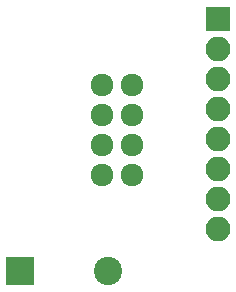
<source format=gbr>
G04 #@! TF.FileFunction,Soldermask,Bot*
%FSLAX46Y46*%
G04 Gerber Fmt 4.6, Leading zero omitted, Abs format (unit mm)*
G04 Created by KiCad (PCBNEW 4.0.7) date 02/12/18 20:49:11*
%MOMM*%
%LPD*%
G01*
G04 APERTURE LIST*
%ADD10C,0.100000*%
%ADD11R,2.100000X2.100000*%
%ADD12O,2.100000X2.100000*%
%ADD13C,1.924000*%
%ADD14R,2.400000X2.400000*%
%ADD15C,2.400000*%
G04 APERTURE END LIST*
D10*
D11*
X152067619Y-111255000D03*
D12*
X152067619Y-113795000D03*
X152067619Y-116335000D03*
X152067619Y-118875000D03*
X152067619Y-121415000D03*
X152067619Y-123955000D03*
X152067619Y-126495000D03*
X152067619Y-129035000D03*
D13*
X144780000Y-121920000D03*
X144780000Y-119380000D03*
X144780000Y-116840000D03*
X142240000Y-116840000D03*
X142240000Y-119380000D03*
X142240000Y-121920000D03*
X142240000Y-124460000D03*
X144780000Y-124460000D03*
D14*
X135255000Y-132588000D03*
D15*
X142755000Y-132588000D03*
M02*

</source>
